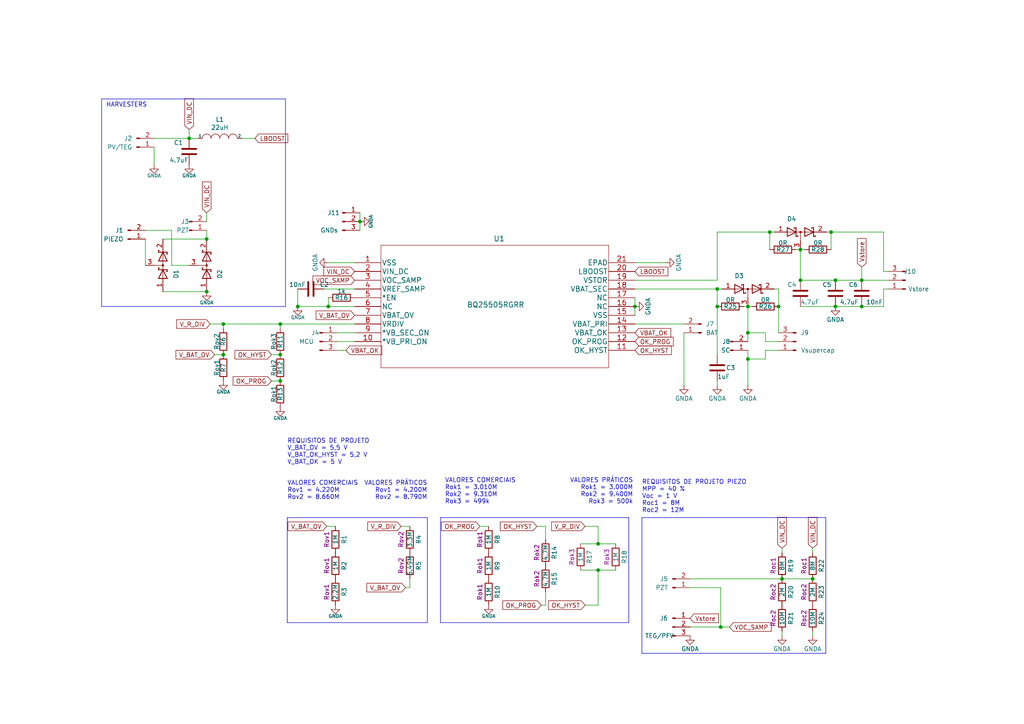
<source format=kicad_sch>
(kicad_sch (version 20230121) (generator eeschema)
  (paper "A4")
  (title_block (title "Energy Harvesting") (company "Techplus"))
  (lib_symbols
    (symbol "BQ25505-rescue:BQ25505RGRR-Flavio_Library_1" (pin_names (offset 0.254))
      (property "Reference" "U" (at 40.64 10.16 0))
      (property "Value" "BQ25505RGRR-Flavio_Library_1" (at 40.64 7.62 0))
      (symbol "BQ25505RGRR-Flavio_Library_1_1_1"
        (polyline (pts (xy 7.62 -30.48) (xy 73.66 -30.48)) (stroke (width 0.127)))
        (polyline (pts (xy 7.62 5.08) (xy 7.62 -30.48)) (stroke (width 0.127)))
        (polyline (pts (xy 73.66 -30.48) (xy 73.66 5.08)) (stroke (width 0.127)))
        (polyline (pts (xy 73.66 5.08) (xy 7.62 5.08)) (stroke (width 0.127)))
        (pin input line (at 0 0 0) (length 7.62) (name "VSS") (number "1"))
        (pin output line (at 0 -22.86 0) (length 7.62) (name "*VB_PRI_ON") (number "10"))
        (pin input line (at 81.28 -25.4 180) (length 7.62) (name "OK_HYST") (number "11"))
        (pin input line (at 81.28 -22.86 180) (length 7.62) (name "OK_PROG") (number "12"))
        (pin output line (at 81.28 -20.32 180) (length 7.62) (name "VBAT_OK") (number "13"))
        (pin input line (at 81.28 -17.78 180) (length 7.62) (name "VBAT_PRI") (number "14"))
        (pin power_in line (at 81.28 -15.24 180) (length 7.62) (name "VSS") (number "15"))
        (pin input line (at 81.28 -12.7 180) (length 7.62) (name "NC") (number "16"))
        (pin input line (at 81.28 -10.16 180) (length 7.62) (name "NC") (number "17"))
        (pin bidirectional line (at 81.28 -7.62 180) (length 7.62) (name "VBAT_SEC") (number "18"))
        (pin output line (at 81.28 -5.08 180) (length 7.62) (name "VSTOR") (number "19"))
        (pin input line (at 0 -2.54 0) (length 7.62) (name "VIN_DC") (number "2"))
        (pin input line (at 81.28 -2.54 180) (length 7.62) (name "LBOOST") (number "20"))
        (pin unspecified line (at 81.28 0 180) (length 7.62) (name "EPAD") (number "21"))
        (pin input line (at 0 -5.08 0) (length 7.62) (name "VOC_SAMP") (number "3"))
        (pin input line (at 0 -7.62 0) (length 7.62) (name "VREF_SAMP") (number "4"))
        (pin input line (at 0 -10.16 0) (length 7.62) (name "*EN") (number "5"))
        (pin input line (at 0 -12.7 0) (length 7.62) (name "NC") (number "6"))
        (pin power_in line (at 0 -15.24 0) (length 7.62) (name "VBAT_OV") (number "7"))
        (pin output line (at 0 -17.78 0) (length 7.62) (name "VRDIV") (number "8"))
        (pin output line (at 0 -20.32 0) (length 7.62) (name "*VB_SEC_ON") (number "9"))
      )
    )
    (symbol "Connector:Conn_01x02_Male" (pin_names (offset 1.016) hide)
      (property "Reference" "J" (at 0 2.54 0))
      (property "Value" "Conn_01x02_Male" (at 0 -5.08 0))
      (symbol "Conn_01x02_Male_1_1"
        (polyline (pts (xy 1.27 -2.54) (xy 0.8636 -2.54)) (stroke (width 0.1524)))
        (polyline (pts (xy 1.27 0) (xy 0.8636 0)) (stroke (width 0.1524)))
        (rectangle (start 0.8636 -2.413) (end 0 -2.667) (stroke (width 0.1524)) (fill (type outline)))
        (rectangle (start 0.8636 0.127) (end 0 -0.127) (stroke (width 0.1524)) (fill (type outline)))
        (pin passive line (at 5.08 0 180) (length 3.81) (name "Pin_1") (number "1"))
        (pin passive line (at 5.08 -2.54 180) (length 3.81) (name "Pin_2") (number "2"))
      )
    )
    (symbol "Connector:Conn_01x03_Male" (pin_names (offset 1.016) hide)
      (property "Reference" "J" (at 0 5.08 0))
      (property "Value" "Conn_01x03_Male" (at 0 -5.08 0))
      (symbol "Conn_01x03_Male_1_1"
        (polyline (pts (xy 1.27 -2.54) (xy 0.8636 -2.54)) (stroke (width 0.1524)))
        (polyline (pts (xy 1.27 0) (xy 0.8636 0)) (stroke (width 0.1524)))
        (polyline (pts (xy 1.27 2.54) (xy 0.8636 2.54)) (stroke (width 0.1524)))
        (rectangle (start 0.8636 -2.413) (end 0 -2.667) (stroke (width 0.1524)) (fill (type outline)))
        (rectangle (start 0.8636 0.127) (end 0 -0.127) (stroke (width 0.1524)) (fill (type outline)))
        (rectangle (start 0.8636 2.667) (end 0 2.413) (stroke (width 0.1524)) (fill (type outline)))
        (pin passive line (at 5.08 2.54 180) (length 3.81) (name "Pin_1") (number "1"))
        (pin passive line (at 5.08 0 180) (length 3.81) (name "Pin_2") (number "2"))
        (pin passive line (at 5.08 -2.54 180) (length 3.81) (name "Pin_3") (number "3"))
      )
    )
    (symbol "Device:C" (pin_numbers hide) (pin_names (offset 0.254))
      (property "Reference" "C" (at 0.635 2.54 0))
      (property "Value" "C" (at 0.635 -2.54 0))
      (symbol "C_0_1"
        (polyline (pts (xy -2.032 -0.762) (xy 2.032 -0.762)) (stroke (width 0.508)))
        (polyline (pts (xy -2.032 0.762) (xy 2.032 0.762)) (stroke (width 0.508)))
      )
      (symbol "C_1_1"
        (pin passive line (at 0 3.81 270) (length 2.794) (name "~") (number "1"))
        (pin passive line (at 0 -3.81 90) (length 2.794) (name "~") (number "2"))
      )
    )
    (symbol "Device:D_Schottky_x2_Serial_AKC" (pin_names (offset 0.762) hide)
      (property "Reference" "D" (at 1.27 -2.54 0))
      (property "Value" "Device_D_Schottky_x2_Serial_AKC" (at 0 2.54 0))
      (symbol "D_Schottky_x2_Serial_AKC_0_1"
        (polyline (pts (xy -3.81 0) (xy 3.81 0)))
        (polyline (pts (xy 0 0) (xy 0 -2.54)))
        (polyline (pts (xy 6.35 0) (xy 7.62 0)))
        (polyline (pts (xy -1.27 -1.27) (xy -1.27 1.27) (xy -1.27 1.27)) (stroke (width 0.254)))
        (polyline (pts (xy 3.81 1.27) (xy 3.81 -1.27) (xy 3.81 -1.27)) (stroke (width 0.254)))
        (polyline (pts (xy -1.27 -1.27) (xy -0.762 -1.27) (xy -0.762 -1.016) (xy -0.762 -1.016)) (stroke (width 0.254)))
        (polyline (pts (xy 3.81 -1.27) (xy 4.318 -1.27) (xy 4.318 -1.016) (xy 4.318 -1.016)) (stroke (width 0.254)))
        (polyline (pts (xy 3.81 1.27) (xy 3.302 1.27) (xy 3.302 1.016) (xy 3.302 1.016)) (stroke (width 0.254)))
        (polyline (pts (xy -1.778 1.016) (xy -1.778 1.27) (xy -1.27 1.27) (xy -1.27 1.27) (xy -1.27 1.27)) (stroke (width 0.254)))
        (polyline (pts (xy -3.81 1.27) (xy -1.27 0) (xy -3.81 -1.27) (xy -3.81 1.27) (xy -3.81 1.27) (xy -3.81 1.27)) (stroke (width 0.254)))
        (polyline (pts (xy 1.27 1.27) (xy 3.81 0) (xy 1.27 -1.27) (xy 1.27 1.27) (xy 1.27 1.27) (xy 1.27 1.27)) (stroke (width 0.254)))
        (circle (center 0 0) (radius 0.254) (fill (type outline)))
        (pin passive line (at -7.62 0 0) (length 3.81) (name "A") (number "1"))
        (pin passive line (at 7.62 0 180) (length 3.81) (name "K") (number "2"))
        (pin passive line (at 0 -5.08 90) (length 2.54) (name "common") (number "3"))
      )
    )
    (symbol "Device:R" (pin_numbers hide) (pin_names (offset 0))
      (property "Reference" "R" (at 2.032 0 90))
      (property "Value" "R" (at 0 0 90))
      (symbol "R_0_1"
        (rectangle (start -1.016 -2.54) (end 1.016 2.54) (stroke (width 0.254)))
      )
      (symbol "R_1_1"
        (pin passive line (at 0 3.81 270) (length 1.27) (name "~") (number "1"))
        (pin passive line (at 0 -3.81 90) (length 1.27) (name "~") (number "2"))
      )
    )
    (symbol "power:GNDA" (power) (pin_names (offset 0))
      (property "Value" "GNDA" (at 0 -3.81 0))
      (symbol "GNDA_0_1"
        (polyline (pts (xy 0 0) (xy 0 -1.27) (xy 1.27 -1.27) (xy 0 -2.54) (xy -1.27 -1.27) (xy 0 -1.27)))
      )
      (symbol "GNDA_1_1"
        (pin power_in line (at 0 0 270) (length 0) hide (name "GNDA") (number "1"))
      )
    )
    (symbol "pspice:INDUCTOR" (pin_numbers hide) (pin_names (offset 0))
      (property "Reference" "L" (at 0 2.54 0))
      (property "Value" "INDUCTOR" (at 0 -1.27 0))
      (symbol "INDUCTOR_0_1"
        (arc (start -2.54 0) (mid -3.81 1.2645) (end -5.08 0))
        (arc (start 0 0) (mid -1.27 1.2645) (end -2.54 0))
        (arc (start 2.54 0) (mid 1.27 1.2645) (end 0 0))
        (arc (start 5.08 0) (mid 3.81 1.2645) (end 2.54 0))
      )
      (symbol "INDUCTOR_1_1"
        (pin input line (at -6.35 0 0) (length 1.27) (name "1") (number "1"))
        (pin input line (at 6.35 0 180) (length 1.27) (name "2") (number "2"))
      )
    )
  )
  (junction (at 242.316 81.28))
  (junction (at 173.482 157.734))
  (junction (at 59.944 84.582))
  (junction (at 64.77 93.98))
  (junction (at 81.28 102.87))
  (junction (at 249.936 88.9))
  (junction (at 184.15 88.9))
  (junction (at 64.77 102.87))
  (junction (at 208.026 83.82))
  (junction (at 216.916 96.52))
  (junction (at 232.156 81.28))
  (junction (at 225.806 88.9))
  (junction (at 54.864 40.132))
  (junction (at 216.916 104.14))
  (junction (at 209.042 181.864))
  (junction (at 232.156 72.39))
  (junction (at 208.026 88.9))
  (junction (at 86.36 88.9))
  (junction (at 249.936 81.28))
  (junction (at 216.916 88.9))
  (junction (at 81.28 93.98))
  (junction (at 104.394 64.262))
  (junction (at 223.266 67.31))
  (junction (at 173.482 165.354))
  (junction (at 226.822 167.894))
  (junction (at 241.046 67.31))
  (junction (at 235.712 167.894))
  (junction (at 95.25 88.9))
  (junction (at 81.28 110.49))
  (junction (at 59.944 69.342))
  (junction (at 242.316 88.9))
  (wire (pts (xy 95.25 86.36) (xy 95.25 88.9)))
  (wire (pts (xy 225.806 83.82) (xy 225.806 88.9)))
  (wire (pts (xy 169.672 175.514) (xy 173.482 175.514)))
  (wire (pts (xy 64.77 95.25) (xy 64.77 93.98)))
  (wire (pts (xy 235.712 183.134) (xy 235.712 184.404)))
  (polyline (pts (xy 83.312 180.594) (xy 123.952 180.594)))
  (wire (pts (xy 241.046 72.39) (xy 241.046 67.31)))
  (wire (pts (xy 226.822 183.134) (xy 226.822 184.404)))
  (wire (pts (xy 86.36 88.9) (xy 95.25 88.9)))
  (wire (pts (xy 64.77 102.87) (xy 62.23 102.87)))
  (wire (pts (xy 49.784 76.962) (xy 54.864 76.962)))
  (wire (pts (xy 47.244 84.582) (xy 59.944 84.582)))
  (wire (pts (xy 216.916 111.76) (xy 216.916 104.14)))
  (wire (pts (xy 100.33 101.6) (xy 97.79 101.6)))
  (wire (pts (xy 81.28 102.87) (xy 78.74 102.87)))
  (wire (pts (xy 42.164 66.802) (xy 49.784 66.802)))
  (wire (pts (xy 93.98 83.82) (xy 102.87 83.82)))
  (wire (pts (xy 193.04 76.2) (xy 184.15 76.2)))
  (wire (pts (xy 59.944 61.722) (xy 59.944 64.262)))
  (polyline (pts (xy 127.762 180.594) (xy 127.762 150.114)))
  (wire (pts (xy 235.712 159.004) (xy 235.712 160.274)))
  (wire (pts (xy 242.316 81.28) (xy 249.936 81.28)))
  (wire (pts (xy 173.482 175.514) (xy 173.482 165.354)))
  (polyline (pts (xy 186.182 189.484) (xy 186.182 150.114)))
  (wire (pts (xy 184.15 88.9) (xy 184.15 91.44)))
  (wire (pts (xy 233.426 72.39) (xy 232.156 72.39)))
  (polyline (pts (xy 127.762 150.114) (xy 182.372 150.114)))
  (polyline (pts (xy 182.372 150.114) (xy 182.372 180.594)))
  (wire (pts (xy 81.28 110.49) (xy 78.74 110.49)))
  (wire (pts (xy 256.286 83.82) (xy 256.286 88.9)))
  (polyline (pts (xy 186.182 189.484) (xy 239.522 189.484)))
  (wire (pts (xy 173.482 152.654) (xy 173.482 157.734)))
  (wire (pts (xy 216.916 101.6) (xy 216.916 104.14)))
  (wire (pts (xy 208.026 88.9) (xy 208.026 102.87)))
  (wire (pts (xy 200.152 170.434) (xy 209.042 170.434)))
  (wire (pts (xy 216.916 96.52) (xy 216.916 99.06)))
  (wire (pts (xy 223.266 72.39) (xy 223.266 67.31)))
  (wire (pts (xy 184.15 83.82) (xy 208.026 83.82)))
  (wire (pts (xy 104.394 64.262) (xy 104.394 66.802)))
  (wire (pts (xy 218.186 88.9) (xy 216.916 88.9)))
  (wire (pts (xy 155.702 152.654) (xy 158.242 152.654)))
  (wire (pts (xy 232.156 88.9) (xy 242.316 88.9)))
  (wire (pts (xy 158.242 152.654) (xy 158.242 156.464)))
  (wire (pts (xy 208.026 88.9) (xy 208.026 83.82)))
  (wire (pts (xy 221.996 101.6) (xy 221.996 104.14)))
  (wire (pts (xy 223.266 67.31) (xy 224.536 67.31)))
  (wire (pts (xy 211.582 181.864) (xy 209.042 181.864)))
  (wire (pts (xy 102.87 96.52) (xy 97.79 96.52)))
  (wire (pts (xy 232.156 72.39) (xy 232.156 81.28)))
  (wire (pts (xy 95.25 88.9) (xy 102.87 88.9)))
  (wire (pts (xy 257.556 78.74) (xy 256.286 78.74)))
  (wire (pts (xy 221.996 104.14) (xy 216.916 104.14)))
  (polyline (pts (xy 29.464 88.9) (xy 82.804 88.9)))
  (wire (pts (xy 208.026 67.31) (xy 208.026 81.28)))
  (polyline (pts (xy 29.464 88.9) (xy 29.464 28.702)))
  (wire (pts (xy 209.296 83.82) (xy 208.026 83.82)))
  (wire (pts (xy 64.77 93.98) (xy 81.28 93.98)))
  (wire (pts (xy 215.646 88.9) (xy 216.916 88.9)))
  (wire (pts (xy 104.394 61.722) (xy 104.394 64.262)))
  (wire (pts (xy 249.936 88.9) (xy 256.286 88.9)))
  (wire (pts (xy 116.332 152.654) (xy 118.872 152.654)))
  (wire (pts (xy 59.944 66.802) (xy 59.944 69.342)))
  (wire (pts (xy 221.996 99.06) (xy 221.996 96.52)))
  (wire (pts (xy 169.672 152.654) (xy 173.482 152.654)))
  (wire (pts (xy 239.776 67.31) (xy 241.046 67.31)))
  (polyline (pts (xy 127.762 180.594) (xy 182.372 180.594)))
  (wire (pts (xy 200.152 181.864) (xy 209.042 181.864)))
  (wire (pts (xy 249.936 88.9) (xy 242.316 88.9)))
  (wire (pts (xy 184.15 81.28) (xy 208.026 81.28)))
  (wire (pts (xy 257.556 83.82) (xy 256.286 83.82)))
  (wire (pts (xy 86.36 83.82) (xy 86.36 88.9)))
  (wire (pts (xy 184.15 93.98) (xy 198.374 93.98)))
  (polyline (pts (xy 83.312 180.594) (xy 83.312 150.114)))
  (wire (pts (xy 232.156 81.28) (xy 242.316 81.28)))
  (polyline (pts (xy 83.312 150.114) (xy 123.952 150.114)))
  (wire (pts (xy 42.164 69.342) (xy 42.164 76.962)))
  (wire (pts (xy 54.864 40.132) (xy 54.864 37.592)))
  (polyline (pts (xy 29.464 28.702) (xy 82.804 28.702)))
  (wire (pts (xy 158.242 175.514) (xy 158.242 171.704)))
  (wire (pts (xy 230.886 72.39) (xy 232.156 72.39)))
  (wire (pts (xy 249.936 81.28) (xy 257.556 81.28)))
  (wire (pts (xy 225.806 101.6) (xy 221.996 101.6)))
  (wire (pts (xy 208.026 67.31) (xy 223.266 67.31)))
  (wire (pts (xy 221.996 96.52) (xy 216.916 96.52)))
  (wire (pts (xy 224.536 83.82) (xy 225.806 83.82)))
  (wire (pts (xy 44.704 40.132) (xy 54.864 40.132)))
  (wire (pts (xy 208.026 110.49) (xy 208.026 111.76)))
  (wire (pts (xy 95.25 76.2) (xy 102.87 76.2)))
  (polyline (pts (xy 239.522 189.484) (xy 239.522 150.114)))
  (wire (pts (xy 184.15 86.36) (xy 184.15 88.9)))
  (wire (pts (xy 70.104 40.132) (xy 73.914 40.132)))
  (wire (pts (xy 173.482 157.734) (xy 178.562 157.734)))
  (wire (pts (xy 173.482 165.354) (xy 178.562 165.354)))
  (wire (pts (xy 225.806 88.9) (xy 225.806 96.52)))
  (wire (pts (xy 57.404 40.132) (xy 54.864 40.132)))
  (polyline (pts (xy 186.182 150.114) (xy 239.522 150.114)))
  (wire (pts (xy 156.972 175.514) (xy 158.242 175.514)))
  (wire (pts (xy 226.822 167.894) (xy 235.712 167.894)))
  (wire (pts (xy 225.806 99.06) (xy 221.996 99.06)))
  (wire (pts (xy 44.704 42.672) (xy 44.704 47.752)))
  (wire (pts (xy 168.402 157.734) (xy 173.482 157.734)))
  (wire (pts (xy 226.822 159.004) (xy 226.822 160.274)))
  (polyline (pts (xy 123.952 150.114) (xy 123.952 180.594)))
  (wire (pts (xy 198.374 96.52) (xy 198.374 111.76)))
  (wire (pts (xy 139.192 152.654) (xy 141.732 152.654)))
  (wire (pts (xy 81.28 95.25) (xy 81.28 93.98)))
  (wire (pts (xy 97.79 99.06) (xy 102.87 99.06)))
  (wire (pts (xy 49.784 76.962) (xy 49.784 66.802)))
  (wire (pts (xy 249.936 77.47) (xy 249.936 81.28)))
  (wire (pts (xy 256.286 67.31) (xy 256.286 78.74)))
  (polyline (pts (xy 82.804 88.9) (xy 82.804 28.702)))
  (wire (pts (xy 94.742 152.654) (xy 97.282 152.654)))
  (wire (pts (xy 118.872 170.434) (xy 118.872 167.894)))
  (wire (pts (xy 47.244 69.342) (xy 59.944 69.342)))
  (wire (pts (xy 117.602 170.434) (xy 118.872 170.434)))
  (wire (pts (xy 241.046 67.31) (xy 256.286 67.31)))
  (wire (pts (xy 81.28 93.98) (xy 102.87 93.98)))
  (wire (pts (xy 168.402 165.354) (xy 173.482 165.354)))
  (wire (pts (xy 216.916 88.9) (xy 216.916 96.52)))
  (wire (pts (xy 209.042 181.864) (xy 209.042 170.434)))
  (wire (pts (xy 200.152 167.894) (xy 226.822 167.894)))
  (wire (pts (xy 60.96 93.98) (xy 64.77 93.98)))
  (text "VALORES PRÁTICOS\nRov1 = 4.200M\nRov2 = 8.790M" (at 123.952 145.034 0) (effects (font (size 1.27 1.27)) (justify right bottom)))
  (text "REQUISITOS DE PROJETO\nV_BAT_OV = 5,5 V\nV_BAT_OK_HYST = 5,2 V\nV_BAT_OK = 5 V\n" (at 83.312 134.874 0) (effects (font (size 1.27 1.27)) (justify left bottom)))
  (text "VALORES COMERCIAIS\nRok1 = 3.010M\nRok2 = 9.310M\nRok3 = 499k" (at 129.032 146.304 0) (effects (font (size 1.27 1.27)) (justify left bottom)))
  (text "HARVESTERS" (at 30.734 31.242 0) (effects (font (size 1.27 1.27)) (justify left bottom)))
  (text "VALORES COMERCIAIS\nRov1 = 4.220M\nRov2 = 8.660M" (at 83.312 145.034 0) (effects (font (size 1.27 1.27)) (justify left bottom)))
  (text "VALORES PRÁTICOS\nRok1 = 3.000M\nRok2 = 9.400M\nRok3 = 500k" (at 183.642 146.304 0) (effects (font (size 1.27 1.27)) (justify right bottom)))
  (text "REQUISITOS DE PROJETO PIEZO\nMPP = 40 %\nVoc = 1 V\nRoc1 = 8M\nRoc2 = 12M" (at 186.182 148.844 0) (effects (font (size 1.27 1.27)) (justify left bottom)))
  (global_label "VIN_DC" (shape input) (at 235.712 159.004 90) (property "Intersheetrefs" "${INTERSHEET_REFS}" (effects hide)))
  (global_label "VOC_SAMP" (shape input) (at 211.582 181.864 0) (property "Intersheetrefs" "${INTERSHEET_REFS}" (effects hide)))
  (global_label "V_R_DIV" (shape input) (at 169.672 152.654 180) (property "Intersheetrefs" "${INTERSHEET_REFS}" (effects hide)))
  (global_label "OK_PROG" (shape input) (at 156.972 175.514 180) (property "Intersheetrefs" "${INTERSHEET_REFS}" (effects hide)))
  (global_label "LBOOST" (shape input) (at 184.15 78.74 0) (property "Intersheetrefs" "${INTERSHEET_REFS}" (effects hide)))
  (global_label "Vstore" (shape input) (at 249.936 77.47 90) (property "Intersheetrefs" "${INTERSHEET_REFS}" (effects hide)))
  (global_label "VIN_DC" (shape input) (at 226.822 159.004 90) (property "Intersheetrefs" "${INTERSHEET_REFS}" (effects hide)))
  (global_label "OK_PROG" (shape input) (at 139.192 152.654 180) (property "Intersheetrefs" "${INTERSHEET_REFS}" (effects hide)))
  (global_label "OK_HYST" (shape input) (at 155.702 152.654 180) (property "Intersheetrefs" "${INTERSHEET_REFS}" (effects hide)))
  (global_label "V_BAT_OV" (shape input) (at 94.742 152.654 180) (property "Intersheetrefs" "${INTERSHEET_REFS}" (effects hide)))
  (global_label "V_BAT_OV" (shape input) (at 62.23 102.87 180) (property "Intersheetrefs" "${INTERSHEET_REFS}" (effects hide)))
  (global_label "VIN_DC" (shape input) (at 54.864 37.592 90) (property "Intersheetrefs" "${INTERSHEET_REFS}" (effects hide)))
  (global_label "OK_HYST" (shape input) (at 169.672 175.514 180) (property "Intersheetrefs" "${INTERSHEET_REFS}" (effects hide)))
  (global_label "VBAT_OK" (shape input) (at 184.15 96.52 0) (property "Intersheetrefs" "${INTERSHEET_REFS}" (effects hide)))
  (global_label "OK_PROG" (shape input) (at 184.15 99.06 0) (property "Intersheetrefs" "${INTERSHEET_REFS}" (effects hide)))
  (global_label "VBAT_OK" (shape input) (at 100.33 101.6 0) (property "Intersheetrefs" "${INTERSHEET_REFS}" (effects hide)))
  (global_label "OK_HYST" (shape input) (at 184.15 101.6 0) (property "Intersheetrefs" "${INTERSHEET_REFS}" (effects hide)))
  (global_label "V_R_DIV" (shape input) (at 116.332 152.654 180) (property "Intersheetrefs" "${INTERSHEET_REFS}" (effects hide)))
  (global_label "V_BAT_OV" (shape input) (at 102.87 91.44 180) (property "Intersheetrefs" "${INTERSHEET_REFS}" (effects hide)))
  (global_label "Vstore" (shape input) (at 200.152 179.324 0) (property "Intersheetrefs" "${INTERSHEET_REFS}" (effects hide)))
  (global_label "VIN_DC" (shape input) (at 59.944 61.722 90) (property "Intersheetrefs" "${INTERSHEET_REFS}" (effects hide)))
  (global_label "OK_HYST" (shape input) (at 78.74 102.87 180) (property "Intersheetrefs" "${INTERSHEET_REFS}" (effects hide)))
  (global_label "VIN_DC" (shape input) (at 102.87 78.74 180) (property "Intersheetrefs" "${INTERSHEET_REFS}" (effects hide)))
  (global_label "V_BAT_OV" (shape input) (at 117.602 170.434 180) (property "Intersheetrefs" "${INTERSHEET_REFS}" (effects hide)))
  (global_label "VOC_SAMP" (shape input) (at 102.87 81.28 180) (property "Intersheetrefs" "${INTERSHEET_REFS}" (effects hide)))
  (global_label "LBOOST" (shape input) (at 73.914 40.132 0) (property "Intersheetrefs" "${INTERSHEET_REFS}" (effects hide)))
  (global_label "V_R_DIV" (shape input) (at 60.96 93.98 180) (property "Intersheetrefs" "${INTERSHEET_REFS}" (effects hide)))
  (global_label "OK_PROG" (shape input) (at 78.74 110.49 180) (property "Intersheetrefs" "${INTERSHEET_REFS}" (effects hide)))
  (symbol (lib_id "BQ25505-rescue:BQ25505RGRR-Flavio_Library_1") (at 102.87 76.2 0) (unit 1)
    (property "Reference" "U1" (at 144.78 69.215 0) (effects (font (size 1.524 1.524))))
    (property "Value" "BQ25505RGRR" (at 143.764 88.392 0) (effects (font (size 1.524 1.524))))
    (property "Footprint" "BIB_FOOTPRINT:BQ25505RGRR" (effects hide))
  )
  (symbol (lib_id "power:GNDA") (at 95.25 76.2 270) (unit 1)
    (property "Reference" "#PWR09" (effects hide))
    (property "Value" "GNDA" (at 91.44 76.2 0))
  )
  (symbol (lib_id "power:GNDA") (at 216.916 111.76 0) (unit 1)
    (property "Reference" "#PWR017" (effects hide))
    (property "Value" "GNDA" (at 216.916 115.57 0))
  )
  (symbol (lib_id "Device:C") (at 90.17 83.82 270) (unit 1)
    (property "Reference" "C2" (at 92.71 82.55 90) (effects (justify left)))
    (property "Value" "10nF" (at 83.82 82.55 90) (effects (justify left)))
    (property "Footprint" "Capacitor_SMD:C_0805_2012Metric" (effects hide))
  )
  (symbol (lib_id "power:GNDA") (at 86.36 88.9 0) (unit 1)
    (property "Reference" "#PWR08" (effects hide))
    (property "Value" "GNDA" (at 86.36 92.075 0) (effects (font (size 0.9906 0.9906))))
  )
  (symbol (lib_id "Connector:Conn_01x02_Male") (at 39.624 42.672 0) (mirror x) (unit 1)
    (property "Reference" "J2" (at 38.354 40.132 0) (effects (justify right)))
    (property "Value" "PV/TEG" (at 38.354 42.672 0) (effects (justify right)))
    (property "Footprint" "Connector_Phoenix_MC_HighVoltage:PhoenixContact_MCV_1,5_2-G-5.08_1x02_P5.08mm_Vertical" (effects hide))
  )
  (symbol (lib_id "Connector:Conn_01x03_Male") (at 195.072 181.864 0) (unit 1)
    (property "Reference" "J6" (at 192.532 179.324 0))
    (property "Value" "TEG/PFV" (at 191.262 184.404 0))
    (property "Footprint" "Connector_PinHeader_2.54mm:PinHeader_1x03_P2.54mm_Vertical" (effects hide))
  )
  (symbol (lib_id "power:GNDA") (at 200.152 184.404 0) (unit 1)
    (property "Reference" "#PWR010" (effects hide))
    (property "Value" "GNDA" (at 200.152 188.214 0))
  )
  (symbol (lib_id "power:GNDA") (at 193.04 76.2 90) (unit 1)
    (property "Reference" "#PWR014" (effects hide))
    (property "Value" "GNDA" (at 196.85 76.2 0))
  )
  (symbol (lib_id "power:GNDA") (at 184.15 88.9 90) (unit 1)
    (property "Reference" "#PWR013" (effects hide))
    (property "Value" "GNDA" (at 187.96 88.9 0))
  )
  (symbol (lib_id "Device:R") (at 99.06 86.36 90) (unit 1)
    (property "Reference" "R16" (at 99.06 86.36 90))
    (property "Value" "1k" (at 99.06 84.455 90))
    (property "Footprint" "Resistor_SMD:R_0805_2012Metric" (effects hide))
  )
  (symbol (lib_id "Device:C") (at 54.864 43.942 0) (unit 1)
    (property "Reference" "C1" (at 50.419 41.402 0) (effects (justify left)))
    (property "Value" "4.7uF" (at 49.149 46.482 0) (effects (justify left)))
    (property "Footprint" "Capacitor_SMD:C_0805_2012Metric" (effects hide))
  )
  (symbol (lib_id "power:GNDA") (at 54.864 47.752 0) (unit 1)
    (property "Reference" "#PWR03" (effects hide))
    (property "Value" "GNDA" (at 54.864 50.927 0) (effects (font (size 0.9906 0.9906))))
  )
  (symbol (lib_id "pspice:INDUCTOR") (at 63.754 40.132 0) (unit 1)
    (property "Reference" "L1" (at 63.754 34.671 0))
    (property "Value" "22uH" (at 63.754 36.9824 0))
    (property "Footprint" "Inductor_SMD:L_0805_2012Metric_Pad1.15x1.40mm_HandSolder" (effects hide))
  )
  (symbol (lib_id "power:GNDA") (at 198.374 111.76 0) (unit 1)
    (property "Reference" "#PWR015" (effects hide))
    (property "Value" "GNDA" (at 198.374 115.57 0))
  )
  (symbol (lib_id "power:GNDA") (at 44.704 47.752 0) (unit 1)
    (property "Reference" "#PWR01" (effects hide))
    (property "Value" "GNDA" (at 44.704 50.927 0) (effects (font (size 0.9906 0.9906))))
  )
  (symbol (lib_id "Device:D_Schottky_x2_Serial_AKC") (at 216.916 83.82 0) (unit 1)
    (property "Reference" "D3" (at 214.376 80.01 0))
    (property "Value" "D_Schottky_x2_Serial_AKC" (effects hide))
    (property "Footprint" "Package_TO_SOT_SMD:SOT-23" (effects hide))
  )
  (symbol (lib_id "Connector:Conn_01x03_Male") (at 230.886 99.06 180) (unit 1)
    (property "Reference" "J9" (at 233.426 96.52 0))
    (property "Value" "Vsupercap" (at 237.236 101.6 0))
    (property "Footprint" "Connector_PinHeader_2.54mm:PinHeader_1x03_P2.54mm_Vertical" (effects hide))
  )
  (symbol (lib_id "Device:C") (at 249.936 85.09 0) (unit 1)
    (property "Reference" "C6" (at 246.126 82.55 0) (effects (justify left)))
    (property "Value" "10nF" (at 251.206 87.63 0) (effects (justify left)))
    (property "Footprint" "Capacitor_SMD:C_0805_2012Metric" (effects hide))
  )
  (symbol (lib_id "Device:R") (at 64.77 106.68 180) (unit 1)
    (property "Reference" "R7" (at 64.77 106.68 90))
    (property "Value" "Rov1" (at 62.865 106.68 90))
    (property "Footprint" "Resistor_SMD:R_0603_1608Metric" (effects hide))
  )
  (symbol (lib_id "Device:R") (at 64.77 99.06 180) (unit 1)
    (property "Reference" "R6" (at 64.77 99.06 90))
    (property "Value" "Rov2" (at 62.865 99.06 90))
    (property "Footprint" "Resistor_SMD:R_0603_1608Metric" (effects hide))
  )
  (symbol (lib_id "Device:R") (at 211.836 88.9 90) (unit 1)
    (property "Reference" "R25" (at 211.836 88.9 90))
    (property "Value" "0R" (at 211.836 86.995 90))
    (property "Footprint" "Resistor_SMD:R_0805_2012Metric" (effects hide))
  )
  (symbol (lib_id "power:GNDA") (at 64.77 110.49 0) (unit 1)
    (property "Reference" "#PWR05" (effects hide))
    (property "Value" "GNDA" (at 64.77 113.665 0) (effects (font (size 0.9906 0.9906))))
  )
  (symbol (lib_id "Device:R") (at 81.28 106.68 180) (unit 1)
    (property "Reference" "R12" (at 81.28 106.68 90))
    (property "Value" "Rok2" (at 79.375 106.68 90))
    (property "Footprint" "Resistor_SMD:R_0603_1608Metric" (effects hide))
  )
  (symbol (lib_id "Device:R") (at 81.28 99.06 180) (unit 1)
    (property "Reference" "R11" (at 81.28 99.06 90))
    (property "Value" "Rok3" (at 79.375 99.06 90))
    (property "Footprint" "Resistor_SMD:R_0603_1608Metric" (effects hide))
  )
  (symbol (lib_id "Device:R") (at 81.28 114.3 180) (unit 1)
    (property "Reference" "R13" (at 81.28 114.3 90))
    (property "Value" "Rok1" (at 79.375 114.3 90))
    (property "Footprint" "Resistor_SMD:R_0603_1608Metric" (effects hide))
  )
  (symbol (lib_id "power:GNDA") (at 81.28 118.11 0) (unit 1)
    (property "Reference" "#PWR07" (effects hide))
    (property "Value" "GNDA" (at 81.28 121.285 0) (effects (font (size 0.9906 0.9906))))
  )
  (symbol (lib_id "Device:R") (at 221.996 88.9 90) (unit 1)
    (property "Reference" "R26" (at 221.996 88.9 90))
    (property "Value" "0R" (at 221.996 86.995 90))
    (property "Footprint" "Resistor_SMD:R_0805_2012Metric" (effects hide))
  )
  (symbol (lib_id "Connector:Conn_01x02_Male") (at 203.454 96.52 180) (unit 1)
    (property "Reference" "J7" (at 204.724 93.98 0) (effects (justify right)))
    (property "Value" "BAT" (at 204.724 96.52 0) (effects (justify right)))
    (property "Footprint" "Connector_PinHeader_2.54mm:PinHeader_1x02_P2.54mm_Vertical" (effects hide))
  )
  (symbol (lib_id "Device:D_Schottky_x2_Serial_AKC") (at 232.156 67.31 0) (unit 1)
    (property "Reference" "D4" (at 229.616 63.5 0))
    (property "Value" "D_Schottky_x2_Serial_AKC" (effects hide))
    (property "Footprint" "Package_TO_SOT_SMD:SOT-23" (effects hide))
  )
  (symbol (lib_id "Device:R") (at 227.076 72.39 90) (unit 1)
    (property "Reference" "R27" (at 227.076 72.39 90))
    (property "Value" "0R" (at 227.076 70.485 90))
    (property "Footprint" "Resistor_SMD:R_0805_2012Metric" (effects hide))
  )
  (symbol (lib_id "Device:R") (at 237.236 72.39 90) (unit 1)
    (property "Reference" "R28" (at 237.236 72.39 90))
    (property "Value" "0R" (at 237.236 70.485 90))
    (property "Footprint" "Resistor_SMD:R_0805_2012Metric" (effects hide))
  )
  (symbol (lib_id "Connector:Conn_01x03_Male") (at 262.636 81.28 180) (unit 1)
    (property "Reference" "J10" (at 263.906 78.74 0))
    (property "Value" "Vstore" (at 266.446 83.82 0))
    (property "Footprint" "Connector_PinHeader_2.54mm:PinHeader_1x03_P2.54mm_Vertical" (effects hide))
  )
  (symbol (lib_id "Device:R") (at 141.732 156.464 180) (unit 1)
    (property "Reference" "R8" (at 144.272 156.464 90))
    (property "Value" "1M" (at 141.732 156.464 90))
    (property "Footprint" "Resistor_SMD:R_0805_2012Metric" (effects hide))
    (property "Desc" "Rok1" (at 139.192 156.464 90))
  )
  (symbol (lib_id "Device:R") (at 141.732 164.084 180) (unit 1)
    (property "Reference" "R9" (at 144.272 164.084 90))
    (property "Value" "1M" (at 141.732 164.084 90))
    (property "Footprint" "Resistor_SMD:R_0805_2012Metric" (effects hide))
    (property "Desc" "Rok1" (at 139.192 164.084 90))
  )
  (symbol (lib_id "Device:R") (at 141.732 171.704 180) (unit 1)
    (property "Reference" "R10" (at 144.272 171.704 90))
    (property "Value" "1M" (at 141.732 171.704 90))
    (property "Footprint" "Resistor_SMD:R_0805_2012Metric" (effects hide))
    (property "Desc" "Rok1" (at 139.192 171.704 90))
  )
  (symbol (lib_id "power:GNDA") (at 141.732 175.514 0) (unit 1)
    (property "Reference" "#PWR06" (effects hide))
    (property "Value" "GNDA" (at 141.732 178.689 0) (effects (font (size 0.9906 0.9906))))
  )
  (symbol (lib_id "Device:R") (at 158.242 167.894 180) (unit 1)
    (property "Reference" "R15" (at 160.782 167.894 90))
    (property "Value" "4.7M" (at 158.242 167.894 90))
    (property "Footprint" "Resistor_SMD:R_0805_2012Metric" (effects hide))
    (property "Desc" "Rok2" (at 155.702 167.894 90))
  )
  (symbol (lib_id "Device:R") (at 158.242 160.274 180) (unit 1)
    (property "Reference" "R14" (at 160.782 160.274 90))
    (property "Value" "4.7M" (at 158.242 160.274 90))
    (property "Footprint" "Resistor_SMD:R_0805_2012Metric" (effects hide))
    (property "Desc" "Rok2" (at 155.702 160.274 90))
  )
  (symbol (lib_id "Device:C") (at 232.156 85.09 0) (unit 1)
    (property "Reference" "C4" (at 228.346 82.55 0) (effects (justify left)))
    (property "Value" "4.7uF" (at 232.156 87.63 0) (effects (justify left)))
    (property "Footprint" "Capacitor_SMD:C_0805_2012Metric" (effects hide))
  )
  (symbol (lib_id "Device:R") (at 168.402 161.544 180) (unit 1)
    (property "Reference" "R17" (at 170.942 161.544 90))
    (property "Value" "1M" (at 168.402 161.544 90))
    (property "Footprint" "Resistor_SMD:R_0805_2012Metric" (effects hide))
    (property "Desc" "Rok3" (at 165.862 161.544 90))
  )
  (symbol (lib_id "Device:R") (at 178.562 161.544 180) (unit 1)
    (property "Reference" "R18" (at 181.102 161.544 90))
    (property "Value" "1M" (at 178.562 161.544 90))
    (property "Footprint" "Resistor_SMD:R_0805_2012Metric" (effects hide))
    (property "Desc" "Rok3" (at 176.022 161.544 90))
  )
  (symbol (lib_id "Device:C") (at 242.316 85.09 0) (unit 1)
    (property "Reference" "C5" (at 238.506 82.55 0) (effects (justify left)))
    (property "Value" "4.7uF" (at 243.586 87.63 0) (effects (justify left)))
    (property "Footprint" "Capacitor_SMD:C_0805_2012Metric" (effects hide))
  )
  (symbol (lib_id "power:GNDA") (at 242.316 88.9 0) (unit 1)
    (property "Reference" "#PWR018" (effects hide))
    (property "Value" "GNDA" (at 242.316 92.71 0))
  )
  (symbol (lib_id "Device:R") (at 97.282 171.704 180) (unit 1)
    (property "Reference" "R3" (at 99.822 171.704 90))
    (property "Value" "2.2M" (at 97.282 171.704 90))
    (property "Footprint" "Resistor_SMD:R_0805_2012Metric" (effects hide))
    (property "Desc" "Rov1" (at 94.742 171.704 90))
  )
  (symbol (lib_id "Device:R") (at 97.282 164.084 180) (unit 1)
    (property "Reference" "R2" (at 99.822 164.084 90))
    (property "Value" "1M" (at 97.282 164.084 90))
    (property "Footprint" "Resistor_SMD:R_0805_2012Metric" (effects hide))
    (property "Desc" "Rov1" (at 94.742 164.084 90))
  )
  (symbol (lib_id "Device:R") (at 97.282 156.464 180) (unit 1)
    (property "Reference" "R1" (at 99.822 156.464 90))
    (property "Value" "1M" (at 97.282 156.464 90))
    (property "Footprint" "Resistor_SMD:R_0805_2012Metric" (effects hide))
    (property "Descricao" "Rov1" (at 94.742 156.464 90))
  )
  (symbol (lib_id "power:GNDA") (at 97.282 175.514 0) (unit 1)
    (property "Reference" "#PWR02" (effects hide))
    (property "Value" "GNDA" (at 97.282 178.689 0) (effects (font (size 0.9906 0.9906))))
  )
  (symbol (lib_id "Device:R") (at 118.872 164.084 180) (unit 1)
    (property "Reference" "R5" (at 121.412 164.084 90))
    (property "Value" "5.49M" (at 118.872 164.084 90))
    (property "Footprint" "Resistor_SMD:R_0603_1608Metric" (effects hide))
    (property "Desc" "Rov2" (at 116.332 164.084 90))
  )
  (symbol (lib_id "Device:R") (at 118.872 156.464 180) (unit 1)
    (property "Reference" "R4" (at 121.412 156.464 90))
    (property "Value" "3.3M" (at 118.872 156.464 90))
    (property "Footprint" "Resistor_SMD:R_0805_2012Metric" (effects hide))
    (property "Desc" "Rov2" (at 116.332 156.464 90))
  )
  (symbol (lib_id "Device:C") (at 208.026 106.68 0) (unit 1)
    (property "Reference" "C3" (at 210.566 106.68 0) (effects (justify left)))
    (property "Value" "1uF" (at 208.026 109.22 0) (effects (justify left)))
    (property "Footprint" "Capacitor_SMD:C_0805_2012Metric" (effects hide))
  )
  (symbol (lib_id "power:GNDA") (at 208.026 111.76 0) (unit 1)
    (property "Reference" "#PWR016" (effects hide))
    (property "Value" "GNDA" (at 208.026 115.57 0))
  )
  (symbol (lib_id "Device:D_Schottky_x2_Serial_AKC") (at 47.244 76.962 270) (mirror x) (unit 1)
    (property "Reference" "D1" (at 51.054 79.502 0))
    (property "Value" "D_Schottky_x2_Serial_AKC" (effects hide))
    (property "Footprint" "Package_TO_SOT_SMD:SOT-23" (effects hide))
  )
  (symbol (lib_id "Device:D_Schottky_x2_Serial_AKC") (at 59.944 76.962 270) (mirror x) (unit 1)
    (property "Reference" "D2" (at 63.754 79.502 0))
    (property "Value" "D_Schottky_x2_Serial_AKC" (effects hide))
    (property "Footprint" "Package_TO_SOT_SMD:SOT-23" (effects hide))
  )
  (symbol (lib_id "Connector:Conn_01x02_Male") (at 195.072 170.434 0) (mirror x) (unit 1)
    (property "Reference" "J5" (at 193.802 167.894 0) (effects (justify right)))
    (property "Value" "PZT" (at 193.802 170.434 0) (effects (justify right)))
    (property "Footprint" "Connector_PinHeader_2.54mm:PinHeader_1x02_P2.54mm_Vertical" (effects hide))
  )
  (symbol (lib_id "Device:R") (at 226.822 179.324 180) (unit 1)
    (property "Reference" "R21" (at 229.362 179.324 90))
    (property "Value" "10M" (at 226.822 179.324 90))
    (property "Footprint" "Resistor_SMD:R_0603_1608Metric" (effects hide))
    (property "Desc" "Roc2" (at 224.282 179.324 90))
  )
  (symbol (lib_id "Device:R") (at 226.822 171.704 180) (unit 1)
    (property "Reference" "R20" (at 229.362 171.704 90))
    (property "Value" "2M" (at 226.822 171.704 90))
    (property "Footprint" "Resistor_SMD:R_0603_1608Metric" (effects hide))
    (property "Desc" "Roc2" (at 224.282 171.704 90))
  )
  (symbol (lib_id "Device:R") (at 226.822 164.084 180) (unit 1)
    (property "Reference" "R19" (at 229.362 164.084 90))
    (property "Value" "8M" (at 226.822 164.084 90))
    (property "Footprint" "Resistor_SMD:R_0603_1608Metric" (effects hide))
    (property "Desc" "Roc1" (at 224.282 164.084 90))
  )
  (symbol (lib_id "power:GNDA") (at 226.822 184.404 0) (unit 1)
    (property "Reference" "#PWR011" (effects hide))
    (property "Value" "GNDA" (at 226.822 188.214 0))
  )
  (symbol (lib_id "Connector:Conn_01x03_Male") (at 99.314 64.262 0) (unit 1)
    (property "Reference" "J11" (at 96.774 61.722 0))
    (property "Value" "GNDs" (at 95.504 66.802 0))
    (property "Footprint" "Connector_PinHeader_2.54mm:PinHeader_1x03_P2.54mm_Vertical" (effects hide))
  )
  (symbol (lib_id "power:GNDA") (at 104.394 64.262 90) (unit 1)
    (property "Reference" "#PWR019" (effects hide))
    (property "Value" "GNDA" (at 107.569 64.262 0) (effects (font (size 0.9906 0.9906))))
  )
  (symbol (lib_id "power:GNDA") (at 59.944 84.582 0) (unit 1)
    (property "Reference" "#PWR04" (effects hide))
    (property "Value" "GNDA" (at 59.944 87.757 0) (effects (font (size 0.9906 0.9906))))
  )
  (symbol (lib_id "Connector:Conn_01x02_Male") (at 37.084 69.342 0) (mirror x) (unit 1)
    (property "Reference" "J1" (at 35.814 66.802 0) (effects (justify right)))
    (property "Value" "PIEZO" (at 35.814 69.342 0) (effects (justify right)))
    (property "Footprint" "Connector_Phoenix_MC_HighVoltage:PhoenixContact_MCV_1,5_2-G-5.08_1x02_P5.08mm_Vertical" (effects hide))
  )
  (symbol (lib_id "Connector:Conn_01x02_Male") (at 54.864 66.802 0) (mirror x) (unit 1)
    (property "Reference" "J3" (at 54.864 64.262 0) (effects (justify right)))
    (property "Value" "PZT" (at 54.864 66.802 0) (effects (justify right)))
    (property "Footprint" "Connector_PinHeader_2.54mm:PinHeader_1x02_P2.54mm_Vertical" (effects hide))
  )
  (symbol (lib_id "Device:R") (at 235.712 164.084 180) (unit 1)
    (property "Reference" "R22" (at 238.252 164.084 90))
    (property "Value" "8M" (at 235.712 164.084 90))
    (property "Footprint" "Resistor_SMD:R_0805_2012Metric" (effects hide))
    (property "Desc" "Roc1" (at 233.172 164.084 90))
  )
  (symbol (lib_id "Device:R") (at 235.712 171.704 180) (unit 1)
    (property "Reference" "R23" (at 238.252 171.704 90))
    (property "Value" "2M" (at 235.712 171.704 90))
    (property "Footprint" "Resistor_SMD:R_0805_2012Metric" (effects hide))
    (property "Desc" "Roc2" (at 233.172 171.704 90))
  )
  (symbol (lib_id "Device:R") (at 235.712 179.324 180) (unit 1)
    (property "Reference" "R24" (at 238.252 179.324 90))
    (property "Value" "10M" (at 235.712 179.324 90))
    (property "Footprint" "Resistor_SMD:R_0805_2012Metric" (effects hide))
    (property "Desc" "Roc2" (at 233.172 179.324 90))
  )
  (symbol (lib_id "power:GNDA") (at 235.712 184.404 0) (unit 1)
    (property "Reference" "#PWR012" (effects hide))
    (property "Value" "GNDA" (at 235.712 188.214 0))
  )
  (symbol (lib_id "Connector:Conn_01x02_Male") (at 211.836 101.6 0) (mirror x) (unit 1)
    (property "Reference" "J8" (at 211.836 99.06 0) (effects (justify right)))
    (property "Value" "SC" (at 211.836 101.6 0) (effects (justify right)))
    (property "Footprint" "Connector_PinHeader_2.54mm:PinHeader_1x02_P2.54mm_Vertical" (effects hide))
  )
  (symbol (lib_id "Connector:Conn_01x03_Male") (at 92.71 99.06 0) (unit 1)
    (property "Reference" "J4" (at 91.44 96.52 0))
    (property "Value" "MCU" (at 88.9 99.06 0))
    (property "Footprint" "Connector_PinHeader_2.54mm:PinHeader_1x03_P2.54mm_Vertical" (effects hide))
  )
)
</source>
